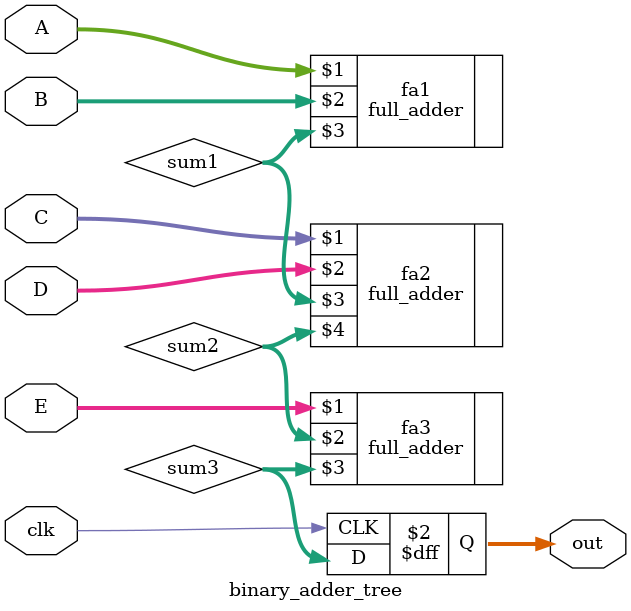
<source format=v>
module binary_adder_tree (
  input [15:0] A,
  input [15:0] B,
  input [15:0] C,
  input [15:0] D,
  input [15:0] E,
  input clk,
  output reg [15:0] out
);

  wire [15:0] sum1;
  wire [15:0] sum2;
  wire [15:0] sum3;

  full_adder fa1 (A, B, sum1);
  full_adder fa2 (C, D, sum1, sum2);
  full_adder fa3 (E, sum2, sum3);

  always @(posedge clk) begin
    out <= sum3;
  end

endmodule
</source>
